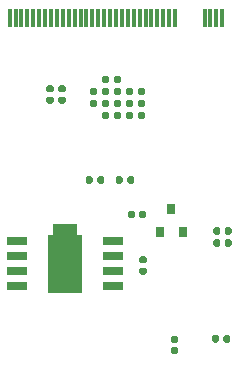
<source format=gbr>
%TF.GenerationSoftware,KiCad,Pcbnew,(5.1.6)-1*%
%TF.CreationDate,2020-09-21T21:17:43+08:00*%
%TF.ProjectId,f1c200s_core,66316332-3030-4735-9f63-6f72652e6b69,rev?*%
%TF.SameCoordinates,Original*%
%TF.FileFunction,Paste,Bot*%
%TF.FilePolarity,Positive*%
%FSLAX46Y46*%
G04 Gerber Fmt 4.6, Leading zero omitted, Abs format (unit mm)*
G04 Created by KiCad (PCBNEW (5.1.6)-1) date 2020-09-21 21:17:43*
%MOMM*%
%LPD*%
G01*
G04 APERTURE LIST*
%ADD10R,0.350000X1.600000*%
%ADD11R,0.800000X0.900000*%
%ADD12R,2.000000X3.000000*%
%ADD13R,3.000000X5.000000*%
%ADD14R,1.800000X0.700000*%
G04 APERTURE END LIST*
D10*
%TO.C,NGFF*%
X102170000Y-48470000D03*
X101670000Y-48470000D03*
X102670000Y-48470000D03*
X103170000Y-48470000D03*
X103670000Y-48470000D03*
X104170000Y-48470000D03*
X104670000Y-48470000D03*
X105170000Y-48470000D03*
X105670000Y-48470000D03*
X106170000Y-48470000D03*
X110170000Y-48470000D03*
X109670000Y-48470000D03*
X108670000Y-48470000D03*
X109170000Y-48470000D03*
X101170000Y-48470000D03*
X100670000Y-48470000D03*
X100170000Y-48470000D03*
X99670000Y-48470000D03*
X99170000Y-48470000D03*
X98670000Y-48470000D03*
X98170000Y-48470000D03*
X97670000Y-48470000D03*
X97170000Y-48470000D03*
X96670000Y-48470000D03*
X96170000Y-48470000D03*
X95670000Y-48470000D03*
X95170000Y-48470000D03*
X94670000Y-48470000D03*
X94170000Y-48470000D03*
X93670000Y-48470000D03*
X93170000Y-48470000D03*
X92670000Y-48470000D03*
X92170000Y-48470000D03*
%TD*%
%TO.C,R17*%
G36*
G01*
X102712000Y-62013500D02*
X102712000Y-62358500D01*
G75*
G02*
X102564500Y-62506000I-147500J0D01*
G01*
X102269500Y-62506000D01*
G75*
G02*
X102122000Y-62358500I0J147500D01*
G01*
X102122000Y-62013500D01*
G75*
G02*
X102269500Y-61866000I147500J0D01*
G01*
X102564500Y-61866000D01*
G75*
G02*
X102712000Y-62013500I0J-147500D01*
G01*
G37*
G36*
G01*
X101742000Y-62013500D02*
X101742000Y-62358500D01*
G75*
G02*
X101594500Y-62506000I-147500J0D01*
G01*
X101299500Y-62506000D01*
G75*
G02*
X101152000Y-62358500I0J147500D01*
G01*
X101152000Y-62013500D01*
G75*
G02*
X101299500Y-61866000I147500J0D01*
G01*
X101594500Y-61866000D01*
G75*
G02*
X101742000Y-62013500I0J-147500D01*
G01*
G37*
%TD*%
%TO.C,R16*%
G36*
G01*
X100172000Y-62013500D02*
X100172000Y-62358500D01*
G75*
G02*
X100024500Y-62506000I-147500J0D01*
G01*
X99729500Y-62506000D01*
G75*
G02*
X99582000Y-62358500I0J147500D01*
G01*
X99582000Y-62013500D01*
G75*
G02*
X99729500Y-61866000I147500J0D01*
G01*
X100024500Y-61866000D01*
G75*
G02*
X100172000Y-62013500I0J-147500D01*
G01*
G37*
G36*
G01*
X99202000Y-62013500D02*
X99202000Y-62358500D01*
G75*
G02*
X99054500Y-62506000I-147500J0D01*
G01*
X98759500Y-62506000D01*
G75*
G02*
X98612000Y-62358500I0J147500D01*
G01*
X98612000Y-62013500D01*
G75*
G02*
X98759500Y-61866000I147500J0D01*
G01*
X99054500Y-61866000D01*
G75*
G02*
X99202000Y-62013500I0J-147500D01*
G01*
G37*
%TD*%
D11*
%TO.C,U4*%
X106819000Y-66615000D03*
X104919000Y-66615000D03*
X105869000Y-64615000D03*
%TD*%
D12*
%TO.C,U1*%
X96852000Y-67393000D03*
D13*
X96852000Y-69298000D03*
D14*
X100952000Y-71203000D03*
X92752000Y-71203000D03*
X100952000Y-69933000D03*
X92752000Y-69933000D03*
X100952000Y-68663000D03*
X92752000Y-68663000D03*
X100952000Y-67393000D03*
X92752000Y-67393000D03*
%TD*%
%TO.C,R9*%
G36*
G01*
X101469500Y-56997000D02*
X101124500Y-56997000D01*
G75*
G02*
X100977000Y-56849500I0J147500D01*
G01*
X100977000Y-56554500D01*
G75*
G02*
X101124500Y-56407000I147500J0D01*
G01*
X101469500Y-56407000D01*
G75*
G02*
X101617000Y-56554500I0J-147500D01*
G01*
X101617000Y-56849500D01*
G75*
G02*
X101469500Y-56997000I-147500J0D01*
G01*
G37*
G36*
G01*
X101469500Y-56027000D02*
X101124500Y-56027000D01*
G75*
G02*
X100977000Y-55879500I0J147500D01*
G01*
X100977000Y-55584500D01*
G75*
G02*
X101124500Y-55437000I147500J0D01*
G01*
X101469500Y-55437000D01*
G75*
G02*
X101617000Y-55584500I0J-147500D01*
G01*
X101617000Y-55879500D01*
G75*
G02*
X101469500Y-56027000I-147500J0D01*
G01*
G37*
%TD*%
%TO.C,R8*%
G36*
G01*
X100009000Y-54865500D02*
X100009000Y-54520500D01*
G75*
G02*
X100156500Y-54373000I147500J0D01*
G01*
X100451500Y-54373000D01*
G75*
G02*
X100599000Y-54520500I0J-147500D01*
G01*
X100599000Y-54865500D01*
G75*
G02*
X100451500Y-55013000I-147500J0D01*
G01*
X100156500Y-55013000D01*
G75*
G02*
X100009000Y-54865500I0J147500D01*
G01*
G37*
G36*
G01*
X100979000Y-54865500D02*
X100979000Y-54520500D01*
G75*
G02*
X101126500Y-54373000I147500J0D01*
G01*
X101421500Y-54373000D01*
G75*
G02*
X101569000Y-54520500I0J-147500D01*
G01*
X101569000Y-54865500D01*
G75*
G02*
X101421500Y-55013000I-147500J0D01*
G01*
X101126500Y-55013000D01*
G75*
G02*
X100979000Y-54865500I0J147500D01*
G01*
G37*
%TD*%
%TO.C,R4*%
G36*
G01*
X103283500Y-68645000D02*
X103628500Y-68645000D01*
G75*
G02*
X103776000Y-68792500I0J-147500D01*
G01*
X103776000Y-69087500D01*
G75*
G02*
X103628500Y-69235000I-147500J0D01*
G01*
X103283500Y-69235000D01*
G75*
G02*
X103136000Y-69087500I0J147500D01*
G01*
X103136000Y-68792500D01*
G75*
G02*
X103283500Y-68645000I147500J0D01*
G01*
G37*
G36*
G01*
X103283500Y-69615000D02*
X103628500Y-69615000D01*
G75*
G02*
X103776000Y-69762500I0J-147500D01*
G01*
X103776000Y-70057500D01*
G75*
G02*
X103628500Y-70205000I-147500J0D01*
G01*
X103283500Y-70205000D01*
G75*
G02*
X103136000Y-70057500I0J147500D01*
G01*
X103136000Y-69762500D01*
G75*
G02*
X103283500Y-69615000I147500J0D01*
G01*
G37*
%TD*%
%TO.C,C34*%
G36*
G01*
X103728000Y-64934500D02*
X103728000Y-65279500D01*
G75*
G02*
X103580500Y-65427000I-147500J0D01*
G01*
X103285500Y-65427000D01*
G75*
G02*
X103138000Y-65279500I0J147500D01*
G01*
X103138000Y-64934500D01*
G75*
G02*
X103285500Y-64787000I147500J0D01*
G01*
X103580500Y-64787000D01*
G75*
G02*
X103728000Y-64934500I0J-147500D01*
G01*
G37*
G36*
G01*
X102758000Y-64934500D02*
X102758000Y-65279500D01*
G75*
G02*
X102610500Y-65427000I-147500J0D01*
G01*
X102315500Y-65427000D01*
G75*
G02*
X102168000Y-65279500I0J147500D01*
G01*
X102168000Y-64934500D01*
G75*
G02*
X102315500Y-64787000I147500J0D01*
G01*
X102610500Y-64787000D01*
G75*
G02*
X102758000Y-64934500I0J-147500D01*
G01*
G37*
%TD*%
%TO.C,C22*%
G36*
G01*
X110967000Y-67347500D02*
X110967000Y-67692500D01*
G75*
G02*
X110819500Y-67840000I-147500J0D01*
G01*
X110524500Y-67840000D01*
G75*
G02*
X110377000Y-67692500I0J147500D01*
G01*
X110377000Y-67347500D01*
G75*
G02*
X110524500Y-67200000I147500J0D01*
G01*
X110819500Y-67200000D01*
G75*
G02*
X110967000Y-67347500I0J-147500D01*
G01*
G37*
G36*
G01*
X109997000Y-67347500D02*
X109997000Y-67692500D01*
G75*
G02*
X109849500Y-67840000I-147500J0D01*
G01*
X109554500Y-67840000D01*
G75*
G02*
X109407000Y-67692500I0J147500D01*
G01*
X109407000Y-67347500D01*
G75*
G02*
X109554500Y-67200000I147500J0D01*
G01*
X109849500Y-67200000D01*
G75*
G02*
X109997000Y-67347500I0J-147500D01*
G01*
G37*
%TD*%
%TO.C,C20*%
G36*
G01*
X110967000Y-66331500D02*
X110967000Y-66676500D01*
G75*
G02*
X110819500Y-66824000I-147500J0D01*
G01*
X110524500Y-66824000D01*
G75*
G02*
X110377000Y-66676500I0J147500D01*
G01*
X110377000Y-66331500D01*
G75*
G02*
X110524500Y-66184000I147500J0D01*
G01*
X110819500Y-66184000D01*
G75*
G02*
X110967000Y-66331500I0J-147500D01*
G01*
G37*
G36*
G01*
X109997000Y-66331500D02*
X109997000Y-66676500D01*
G75*
G02*
X109849500Y-66824000I-147500J0D01*
G01*
X109554500Y-66824000D01*
G75*
G02*
X109407000Y-66676500I0J147500D01*
G01*
X109407000Y-66331500D01*
G75*
G02*
X109554500Y-66184000I147500J0D01*
G01*
X109849500Y-66184000D01*
G75*
G02*
X109997000Y-66331500I0J-147500D01*
G01*
G37*
%TD*%
%TO.C,C19*%
G36*
G01*
X100108500Y-55437000D02*
X100453500Y-55437000D01*
G75*
G02*
X100601000Y-55584500I0J-147500D01*
G01*
X100601000Y-55879500D01*
G75*
G02*
X100453500Y-56027000I-147500J0D01*
G01*
X100108500Y-56027000D01*
G75*
G02*
X99961000Y-55879500I0J147500D01*
G01*
X99961000Y-55584500D01*
G75*
G02*
X100108500Y-55437000I147500J0D01*
G01*
G37*
G36*
G01*
X100108500Y-56407000D02*
X100453500Y-56407000D01*
G75*
G02*
X100601000Y-56554500I0J-147500D01*
G01*
X100601000Y-56849500D01*
G75*
G02*
X100453500Y-56997000I-147500J0D01*
G01*
X100108500Y-56997000D01*
G75*
G02*
X99961000Y-56849500I0J147500D01*
G01*
X99961000Y-56554500D01*
G75*
G02*
X100108500Y-56407000I147500J0D01*
G01*
G37*
%TD*%
%TO.C,C18*%
G36*
G01*
X101569000Y-53504500D02*
X101569000Y-53849500D01*
G75*
G02*
X101421500Y-53997000I-147500J0D01*
G01*
X101126500Y-53997000D01*
G75*
G02*
X100979000Y-53849500I0J147500D01*
G01*
X100979000Y-53504500D01*
G75*
G02*
X101126500Y-53357000I147500J0D01*
G01*
X101421500Y-53357000D01*
G75*
G02*
X101569000Y-53504500I0J-147500D01*
G01*
G37*
G36*
G01*
X100599000Y-53504500D02*
X100599000Y-53849500D01*
G75*
G02*
X100451500Y-53997000I-147500J0D01*
G01*
X100156500Y-53997000D01*
G75*
G02*
X100009000Y-53849500I0J147500D01*
G01*
X100009000Y-53504500D01*
G75*
G02*
X100156500Y-53357000I147500J0D01*
G01*
X100451500Y-53357000D01*
G75*
G02*
X100599000Y-53504500I0J-147500D01*
G01*
G37*
%TD*%
%TO.C,C17*%
G36*
G01*
X103156500Y-54421000D02*
X103501500Y-54421000D01*
G75*
G02*
X103649000Y-54568500I0J-147500D01*
G01*
X103649000Y-54863500D01*
G75*
G02*
X103501500Y-55011000I-147500J0D01*
G01*
X103156500Y-55011000D01*
G75*
G02*
X103009000Y-54863500I0J147500D01*
G01*
X103009000Y-54568500D01*
G75*
G02*
X103156500Y-54421000I147500J0D01*
G01*
G37*
G36*
G01*
X103156500Y-55391000D02*
X103501500Y-55391000D01*
G75*
G02*
X103649000Y-55538500I0J-147500D01*
G01*
X103649000Y-55833500D01*
G75*
G02*
X103501500Y-55981000I-147500J0D01*
G01*
X103156500Y-55981000D01*
G75*
G02*
X103009000Y-55833500I0J147500D01*
G01*
X103009000Y-55538500D01*
G75*
G02*
X103156500Y-55391000I147500J0D01*
G01*
G37*
%TD*%
%TO.C,C16*%
G36*
G01*
X102140500Y-54421000D02*
X102485500Y-54421000D01*
G75*
G02*
X102633000Y-54568500I0J-147500D01*
G01*
X102633000Y-54863500D01*
G75*
G02*
X102485500Y-55011000I-147500J0D01*
G01*
X102140500Y-55011000D01*
G75*
G02*
X101993000Y-54863500I0J147500D01*
G01*
X101993000Y-54568500D01*
G75*
G02*
X102140500Y-54421000I147500J0D01*
G01*
G37*
G36*
G01*
X102140500Y-55391000D02*
X102485500Y-55391000D01*
G75*
G02*
X102633000Y-55538500I0J-147500D01*
G01*
X102633000Y-55833500D01*
G75*
G02*
X102485500Y-55981000I-147500J0D01*
G01*
X102140500Y-55981000D01*
G75*
G02*
X101993000Y-55833500I0J147500D01*
G01*
X101993000Y-55538500D01*
G75*
G02*
X102140500Y-55391000I147500J0D01*
G01*
G37*
%TD*%
%TO.C,C14*%
G36*
G01*
X95409500Y-54167000D02*
X95754500Y-54167000D01*
G75*
G02*
X95902000Y-54314500I0J-147500D01*
G01*
X95902000Y-54609500D01*
G75*
G02*
X95754500Y-54757000I-147500J0D01*
G01*
X95409500Y-54757000D01*
G75*
G02*
X95262000Y-54609500I0J147500D01*
G01*
X95262000Y-54314500D01*
G75*
G02*
X95409500Y-54167000I147500J0D01*
G01*
G37*
G36*
G01*
X95409500Y-55137000D02*
X95754500Y-55137000D01*
G75*
G02*
X95902000Y-55284500I0J-147500D01*
G01*
X95902000Y-55579500D01*
G75*
G02*
X95754500Y-55727000I-147500J0D01*
G01*
X95409500Y-55727000D01*
G75*
G02*
X95262000Y-55579500I0J147500D01*
G01*
X95262000Y-55284500D01*
G75*
G02*
X95409500Y-55137000I147500J0D01*
G01*
G37*
%TD*%
%TO.C,C11*%
G36*
G01*
X106295500Y-76936000D02*
X105950500Y-76936000D01*
G75*
G02*
X105803000Y-76788500I0J147500D01*
G01*
X105803000Y-76493500D01*
G75*
G02*
X105950500Y-76346000I147500J0D01*
G01*
X106295500Y-76346000D01*
G75*
G02*
X106443000Y-76493500I0J-147500D01*
G01*
X106443000Y-76788500D01*
G75*
G02*
X106295500Y-76936000I-147500J0D01*
G01*
G37*
G36*
G01*
X106295500Y-75966000D02*
X105950500Y-75966000D01*
G75*
G02*
X105803000Y-75818500I0J147500D01*
G01*
X105803000Y-75523500D01*
G75*
G02*
X105950500Y-75376000I147500J0D01*
G01*
X106295500Y-75376000D01*
G75*
G02*
X106443000Y-75523500I0J-147500D01*
G01*
X106443000Y-75818500D01*
G75*
G02*
X106295500Y-75966000I-147500J0D01*
G01*
G37*
%TD*%
%TO.C,C9*%
G36*
G01*
X103601000Y-56552500D02*
X103601000Y-56897500D01*
G75*
G02*
X103453500Y-57045000I-147500J0D01*
G01*
X103158500Y-57045000D01*
G75*
G02*
X103011000Y-56897500I0J147500D01*
G01*
X103011000Y-56552500D01*
G75*
G02*
X103158500Y-56405000I147500J0D01*
G01*
X103453500Y-56405000D01*
G75*
G02*
X103601000Y-56552500I0J-147500D01*
G01*
G37*
G36*
G01*
X102631000Y-56552500D02*
X102631000Y-56897500D01*
G75*
G02*
X102483500Y-57045000I-147500J0D01*
G01*
X102188500Y-57045000D01*
G75*
G02*
X102041000Y-56897500I0J147500D01*
G01*
X102041000Y-56552500D01*
G75*
G02*
X102188500Y-56405000I147500J0D01*
G01*
X102483500Y-56405000D01*
G75*
G02*
X102631000Y-56552500I0J-147500D01*
G01*
G37*
%TD*%
%TO.C,C5*%
G36*
G01*
X99092500Y-54421000D02*
X99437500Y-54421000D01*
G75*
G02*
X99585000Y-54568500I0J-147500D01*
G01*
X99585000Y-54863500D01*
G75*
G02*
X99437500Y-55011000I-147500J0D01*
G01*
X99092500Y-55011000D01*
G75*
G02*
X98945000Y-54863500I0J147500D01*
G01*
X98945000Y-54568500D01*
G75*
G02*
X99092500Y-54421000I147500J0D01*
G01*
G37*
G36*
G01*
X99092500Y-55391000D02*
X99437500Y-55391000D01*
G75*
G02*
X99585000Y-55538500I0J-147500D01*
G01*
X99585000Y-55833500D01*
G75*
G02*
X99437500Y-55981000I-147500J0D01*
G01*
X99092500Y-55981000D01*
G75*
G02*
X98945000Y-55833500I0J147500D01*
G01*
X98945000Y-55538500D01*
G75*
G02*
X99092500Y-55391000I147500J0D01*
G01*
G37*
%TD*%
%TO.C,C3*%
G36*
G01*
X110863000Y-75475500D02*
X110863000Y-75820500D01*
G75*
G02*
X110715500Y-75968000I-147500J0D01*
G01*
X110420500Y-75968000D01*
G75*
G02*
X110273000Y-75820500I0J147500D01*
G01*
X110273000Y-75475500D01*
G75*
G02*
X110420500Y-75328000I147500J0D01*
G01*
X110715500Y-75328000D01*
G75*
G02*
X110863000Y-75475500I0J-147500D01*
G01*
G37*
G36*
G01*
X109893000Y-75475500D02*
X109893000Y-75820500D01*
G75*
G02*
X109745500Y-75968000I-147500J0D01*
G01*
X109450500Y-75968000D01*
G75*
G02*
X109303000Y-75820500I0J147500D01*
G01*
X109303000Y-75475500D01*
G75*
G02*
X109450500Y-75328000I147500J0D01*
G01*
X109745500Y-75328000D01*
G75*
G02*
X109893000Y-75475500I0J-147500D01*
G01*
G37*
%TD*%
%TO.C,C1*%
G36*
G01*
X96770500Y-55727000D02*
X96425500Y-55727000D01*
G75*
G02*
X96278000Y-55579500I0J147500D01*
G01*
X96278000Y-55284500D01*
G75*
G02*
X96425500Y-55137000I147500J0D01*
G01*
X96770500Y-55137000D01*
G75*
G02*
X96918000Y-55284500I0J-147500D01*
G01*
X96918000Y-55579500D01*
G75*
G02*
X96770500Y-55727000I-147500J0D01*
G01*
G37*
G36*
G01*
X96770500Y-54757000D02*
X96425500Y-54757000D01*
G75*
G02*
X96278000Y-54609500I0J147500D01*
G01*
X96278000Y-54314500D01*
G75*
G02*
X96425500Y-54167000I147500J0D01*
G01*
X96770500Y-54167000D01*
G75*
G02*
X96918000Y-54314500I0J-147500D01*
G01*
X96918000Y-54609500D01*
G75*
G02*
X96770500Y-54757000I-147500J0D01*
G01*
G37*
%TD*%
M02*

</source>
